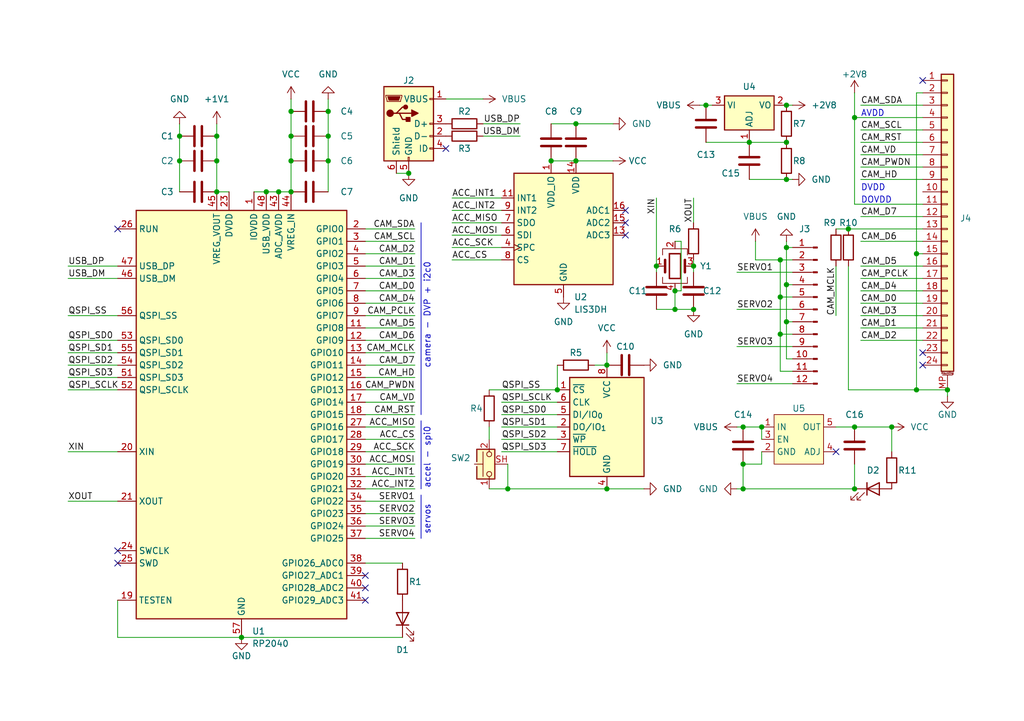
<source format=kicad_sch>
(kicad_sch (version 20250114) (generator "eeschema") (generator_version "9.0")
  (paper "A5")
  (title_block (title "RCJ25 F1 Car (Low-Budget Version)") (date "2025-03-17") (rev "0.1") (company "Hu-More-Bot") (comment 1 "Drawn By: SamTheDev") (comment 3 "www.raspberrypi.com/documentation/microcontrollers/images/pico-pinout.svg") (comment 4 "datasheets.raspberrypi.com/rp2040/hardware-design-with-rp2040.pdf"))
  (lib_symbols
    (symbol "Connector:Conn_01x12_Pin" (pin_names (offset 1.016) (hide yes))
      (property "Reference" "J" (at 0 15.24 0))
      (property "Value" "Conn_01x12_Pin" (at 0 -17.78 0))
      (symbol "Conn_01x12_Pin_1_1"
        (pin passive line (at 5.08 12.7 180) (length 3.81) (name "Pin_1") (number "1"))
        (pin passive line (at 5.08 10.16 180) (length 3.81) (name "Pin_2") (number "2"))
        (pin passive line (at 5.08 7.62 180) (length 3.81) (name "Pin_3") (number "3"))
        (pin passive line (at 5.08 5.08 180) (length 3.81) (name "Pin_4") (number "4"))
        (pin passive line (at 5.08 2.54 180) (length 3.81) (name "Pin_5") (number "5"))
        (pin passive line (at 5.08 0 180) (length 3.81) (name "Pin_6") (number "6"))
        (pin passive line (at 5.08 -2.54 180) (length 3.81) (name "Pin_7") (number "7"))
        (pin passive line (at 5.08 -5.08 180) (length 3.81) (name "Pin_8") (number "8"))
        (pin passive line (at 5.08 -7.62 180) (length 3.81) (name "Pin_9") (number "9"))
        (pin passive line (at 5.08 -10.16 180) (length 3.81) (name "Pin_10") (number "10"))
        (pin passive line (at 5.08 -12.7 180) (length 3.81) (name "Pin_11") (number "11"))
        (pin passive line (at 5.08 -15.24 180) (length 3.81) (name "Pin_12") (number "12"))
      )
    )
    (symbol "Connector:USB_B_Micro" (pin_names (offset 1.016))
      (property "Reference" "J" (at -5.08 11.43 0))
      (property "Value" "USB_B_Micro" (at -5.08 8.89 0))
      (symbol "USB_B_Micro_1_1"
        (pin passive line (at -2.54 -10.16 90) (length 2.54) (name "Shield") (number "6"))
        (pin power_out line (at 0 -10.16 90) (length 2.54) (name "GND") (number "5"))
        (pin power_out line (at 7.62 5.08 180) (length 2.54) (name "VBUS") (number "1"))
        (pin bidirectional line (at 7.62 0 180) (length 2.54) (name "D+") (number "3"))
        (pin bidirectional line (at 7.62 -2.54 180) (length 2.54) (name "D-") (number "2"))
        (pin passive line (at 7.62 -5.08 180) (length 2.54) (name "ID") (number "4"))
      )
    )
    (symbol "Connector_Generic_MountingPin:Conn_01x24_MountingPin" (pin_names (offset 1.016) (hide yes))
      (property "Reference" "J" (at 0 30.48 0))
      (property "Value" "Conn_01x24_MountingPin" (at 1.27 -33.02 0))
      (symbol "Conn_01x24_MountingPin_1_1"
        (text "Mounting" (at 0 -32.131 0) (effects (font (size 0.381 0.381))))
        (pin passive line (at -5.08 27.94 0) (length 3.81) (name "Pin_1") (number "1"))
        (pin passive line (at -5.08 25.4 0) (length 3.81) (name "Pin_2") (number "2"))
        (pin passive line (at -5.08 22.86 0) (length 3.81) (name "Pin_3") (number "3"))
        (pin passive line (at -5.08 20.32 0) (length 3.81) (name "Pin_4") (number "4"))
        (pin passive line (at -5.08 17.78 0) (length 3.81) (name "Pin_5") (number "5"))
        (pin passive line (at -5.08 15.24 0) (length 3.81) (name "Pin_6") (number "6"))
        (pin passive line (at -5.08 12.7 0) (length 3.81) (name "Pin_7") (number "7"))
        (pin passive line (at -5.08 10.16 0) (length 3.81) (name "Pin_8") (number "8"))
        (pin passive line (at -5.08 7.62 0) (length 3.81) (name "Pin_9") (number "9"))
        (pin passive line (at -5.08 5.08 0) (length 3.81) (name "Pin_10") (number "10"))
        (pin passive line (at -5.08 2.54 0) (length 3.81) (name "Pin_11") (number "11"))
        (pin passive line (at -5.08 0 0) (length 3.81) (name "Pin_12") (number "12"))
        (pin passive line (at -5.08 -2.54 0) (length 3.81) (name "Pin_13") (number "13"))
        (pin passive line (at -5.08 -5.08 0) (length 3.81) (name "Pin_14") (number "14"))
        (pin passive line (at -5.08 -7.62 0) (length 3.81) (name "Pin_15") (number "15"))
        (pin passive line (at -5.08 -10.16 0) (length 3.81) (name "Pin_16") (number "16"))
        (pin passive line (at -5.08 -12.7 0) (length 3.81) (name "Pin_17") (number "17"))
        (pin passive line (at -5.08 -15.24 0) (length 3.81) (name "Pin_18") (number "18"))
        (pin passive line (at -5.08 -17.78 0) (length 3.81) (name "Pin_19") (number "19"))
        (pin passive line (at -5.08 -20.32 0) (length 3.81) (name "Pin_20") (number "20"))
        (pin passive line (at -5.08 -22.86 0) (length 3.81) (name "Pin_21") (number "21"))
        (pin passive line (at -5.08 -25.4 0) (length 3.81) (name "Pin_22") (number "22"))
        (pin passive line (at -5.08 -27.94 0) (length 3.81) (name "Pin_23") (number "23"))
        (pin passive line (at -5.08 -30.48 0) (length 3.81) (name "Pin_24") (number "24"))
        (pin passive line (at 0 -35.56 90) (length 3.048) (name "MountPin") (number "MP"))
      )
    )
    (symbol "Device:C" (pin_numbers (hide yes)) (pin_names (offset 0.254))
      (property "Reference" "C" (at 0.635 2.54 0))
      (property "Value" "C" (at 0.635 -2.54 0))
      (symbol "C_1_1"
        (pin passive line (at 0 3.81 270) (length 2.794) (name "~") (number "1"))
        (pin passive line (at 0 -3.81 90) (length 2.794) (name "~") (number "2"))
      )
    )
    (symbol "Device:Crystal_GND24" (pin_names (offset 1.016) (hide yes))
      (property "Reference" "Y" (at 3.175 5.08 0))
      (property "Value" "Crystal_GND24" (at 3.175 3.175 0))
      (symbol "Crystal_GND24_1_1"
        (pin passive line (at -3.81 0 0) (length 1.27) (name "1") (number "1"))
        (pin passive line (at 0 5.08 270) (length 1.27) (name "2") (number "2"))
        (pin passive line (at 0 -5.08 90) (length 1.27) (name "4") (number "4"))
        (pin passive line (at 3.81 0 180) (length 1.27) (name "3") (number "3"))
      )
    )
    (symbol "Device:LED" (pin_numbers (hide yes)) (pin_names (offset 1.016) (hide yes))
      (property "Reference" "D" (at 0 2.54 0))
      (property "Value" "LED" (at 0 -2.54 0))
      (symbol "LED_1_1"
        (pin passive line (at -3.81 0 0) (length 2.54) (name "K") (number "1"))
        (pin passive line (at 3.81 0 180) (length 2.54) (name "A") (number "2"))
      )
    )
    (symbol "Device:R" (pin_numbers (hide yes)) (pin_names (offset 0))
      (property "Reference" "R" (at 2.032 0 90))
      (property "Value" "R" (at 0 0 90))
      (symbol "R_1_1"
        (pin passive line (at 0 3.81 270) (length 1.27) (name "~") (number "1"))
        (pin passive line (at 0 -3.81 90) (length 1.27) (name "~") (number "2"))
      )
    )
    (symbol "MCU_RaspberryPi:RP2040"
      (property "Reference" "U" (at 17.78 45.72 0))
      (property "Value" "RP2040" (at 17.78 43.18 0))
      (symbol "RP2040_1_1"
        (pin input line (at -25.4 38.1 0) (length 3.81) (name "RUN") (number "26"))
        (pin bidirectional line (at -25.4 30.48 0) (length 3.81) (name "USB_DP") (number "47"))
        (pin bidirectional line (at -25.4 27.94 0) (length 3.81) (name "USB_DM") (number "46"))
        (pin bidirectional line (at -25.4 20.32 0) (length 3.81) (name "QSPI_SS") (number "56"))
        (pin bidirectional line (at -25.4 15.24 0) (length 3.81) (name "QSPI_SD0") (number "53"))
        (pin bidirectional line (at -25.4 12.7 0) (length 3.81) (name "QSPI_SD1") (number "55"))
        (pin bidirectional line (at -25.4 10.16 0) (length 3.81) (name "QSPI_SD2") (number "54"))
        (pin bidirectional line (at -25.4 7.62 0) (length 3.81) (name "QSPI_SD3") (number "51"))
        (pin output line (at -25.4 5.08 0) (length 3.81) (name "QSPI_SCLK") (number "52"))
        (pin input line (at -25.4 -7.62 0) (length 3.81) (name "XIN") (number "20"))
        (pin passive line (at -25.4 -17.78 0) (length 3.81) (name "XOUT") (number "21"))
        (pin input line (at -25.4 -27.94 0) (length 3.81) (name "SWCLK") (number "24"))
        (pin bidirectional line (at -25.4 -30.48 0) (length 3.81) (name "SWD") (number "25"))
        (pin input line (at -25.4 -38.1 0) (length 3.81) (name "TESTEN") (number "19"))
        (pin power_out line (at -5.08 45.72 270) (length 3.81) (name "VREG_VOUT") (number "45"))
        (pin power_in line (at -2.54 45.72 270) (length 3.81) (name "DVDD") (number "23"))
        (pin passive line (at -2.54 45.72 270) (length 3.81) (hide yes) (name "DVDD") (number "50"))
        (pin power_in line (at 0 -45.72 90) (length 3.81) (name "GND") (number "57"))
        (pin power_in line (at 2.54 45.72 270) (length 3.81) (name "IOVDD") (number "1"))
        (pin passive line (at 2.54 45.72 270) (length 3.81) (hide yes) (name "IOVDD") (number "10"))
        (pin passive line (at 2.54 45.72 270) (length 3.81) (hide yes) (name "IOVDD") (number "22"))
        (pin passive line (at 2.54 45.72 270) (length 3.81) (hide yes) (name "IOVDD") (number "33"))
        (pin passive line (at 2.54 45.72 270) (length 3.81) (hide yes) (name "IOVDD") (number "42"))
        (pin passive line (at 2.54 45.72 270) (length 3.81) (hide yes) (name "IOVDD") (number "49"))
        (pin power_in line (at 5.08 45.72 270) (length 3.81) (name "USB_VDD") (number "48"))
        (pin power_in line (at 7.62 45.72 270) (length 3.81) (name "ADC_AVDD") (number "43"))
        (pin power_in line (at 10.16 45.72 270) (length 3.81) (name "VREG_IN") (number "44"))
        (pin bidirectional line (at 25.4 38.1 180) (length 3.81) (name "GPIO0") (number "2"))
        (pin bidirectional line (at 25.4 35.56 180) (length 3.81) (name "GPIO1") (number "3"))
        (pin bidirectional line (at 25.4 33.02 180) (length 3.81) (name "GPIO2") (number "4"))
        (pin bidirectional line (at 25.4 30.48 180) (length 3.81) (name "GPIO3") (number "5"))
        (pin bidirectional line (at 25.4 27.94 180) (length 3.81) (name "GPIO4") (number "6"))
        (pin bidirectional line (at 25.4 25.4 180) (length 3.81) (name "GPIO5") (number "7"))
        (pin bidirectional line (at 25.4 22.86 180) (length 3.81) (name "GPIO6") (number "8"))
        (pin bidirectional line (at 25.4 20.32 180) (length 3.81) (name "GPIO7") (number "9"))
        (pin bidirectional line (at 25.4 17.78 180) (length 3.81) (name "GPIO8") (number "11"))
        (pin bidirectional line (at 25.4 15.24 180) (length 3.81) (name "GPIO9") (number "12"))
        (pin bidirectional line (at 25.4 12.7 180) (length 3.81) (name "GPIO10") (number "13"))
        (pin bidirectional line (at 25.4 10.16 180) (length 3.81) (name "GPIO11") (number "14"))
        (pin bidirectional line (at 25.4 7.62 180) (length 3.81) (name "GPIO12") (number "15"))
        (pin bidirectional line (at 25.4 5.08 180) (length 3.81) (name "GPIO13") (number "16"))
        (pin bidirectional line (at 25.4 2.54 180) (length 3.81) (name "GPIO14") (number "17"))
        (pin bidirectional line (at 25.4 0 180) (length 3.81) (name "GPIO15") (number "18"))
        (pin bidirectional line (at 25.4 -2.54 180) (length 3.81) (name "GPIO16") (number "27"))
        (pin bidirectional line (at 25.4 -5.08 180) (length 3.81) (name "GPIO17") (number "28"))
        (pin bidirectional line (at 25.4 -7.62 180) (length 3.81) (name "GPIO18") (number "29"))
        (pin bidirectional line (at 25.4 -10.16 180) (length 3.81) (name "GPIO19") (number "30"))
        (pin bidirectional line (at 25.4 -12.7 180) (length 3.81) (name "GPIO20") (number "31"))
        (pin bidirectional line (at 25.4 -15.24 180) (length 3.81) (name "GPIO21") (number "32"))
        (pin bidirectional line (at 25.4 -17.78 180) (length 3.81) (name "GPIO22") (number "34"))
        (pin bidirectional line (at 25.4 -20.32 180) (length 3.81) (name "GPIO23") (number "35"))
        (pin bidirectional line (at 25.4 -22.86 180) (length 3.81) (name "GPIO24") (number "36"))
        (pin bidirectional line (at 25.4 -25.4 180) (length 3.81) (name "GPIO25") (number "37"))
        (pin bidirectional line (at 25.4 -30.48 180) (length 3.81) (name "GPIO26_ADC0") (number "38"))
        (pin bidirectional line (at 25.4 -33.02 180) (length 3.81) (name "GPIO27_ADC1") (number "39"))
        (pin bidirectional line (at 25.4 -35.56 180) (length 3.81) (name "GPIO28_ADC2") (number "40"))
        (pin bidirectional line (at 25.4 -38.1 180) (length 3.81) (name "GPIO29_ADC3") (number "41"))
      )
    )
    (symbol "Memory_Flash:W25X40CLSV"
      (property "Reference" "U" (at -7.62 10.668 0))
      (property "Value" "W25X40CLSV" (at 2.54 10.668 0))
      (symbol "W25X40CLSV_1_1"
        (pin input line (at -10.16 7.62 0) (length 2.54) (name "~{CS}") (number "1"))
        (pin input line (at -10.16 5.08 0) (length 2.54) (name "CLK") (number "6"))
        (pin bidirectional line (at -10.16 2.54 0) (length 2.54) (name "DI/IO_{0}") (number "5"))
        (pin bidirectional line (at -10.16 0 0) (length 2.54) (name "DO/IO_{1}") (number "2"))
        (pin bidirectional line (at -10.16 -2.54 0) (length 2.54) (name "~{WP}") (number "3"))
        (pin bidirectional line (at -10.16 -5.08 0) (length 2.54) (name "~{HOLD}") (number "7"))
        (pin power_in line (at 0 12.7 270) (length 2.54) (name "VCC") (number "8"))
        (pin power_in line (at 0 -12.7 90) (length 2.54) (name "GND") (number "4"))
      )
    )
    (symbol "Regulator_Linear:LM1117MP-ADJ"
      (property "Reference" "U" (at -3.81 3.175 0))
      (property "Value" "LM1117MP-ADJ" (at 0 3.175 0))
      (symbol "LM1117MP-ADJ_1_1"
        (pin power_in line (at -7.62 0 0) (length 2.54) (name "VI") (number "3"))
        (pin input line (at 0 -7.62 90) (length 2.54) (name "ADJ") (number "1"))
        (pin power_out line (at 7.62 0 180) (length 2.54) (name "VO") (number "2"))
      )
    )
    (symbol "Sensor_Motion:LIS3DH"
      (property "Reference" "U" (at -7.62 11.43 0))
      (property "Value" "LIS3DH" (at 6.35 11.43 0))
      (symbol "LIS3DH_1_1"
        (pin output line (at -12.7 5.08 0) (length 2.54) (name "INT1") (number "11"))
        (pin output line (at -12.7 2.54 0) (length 2.54) (name "INT2") (number "9"))
        (pin output line (at -12.7 0 0) (length 2.54) (name "SDO") (number "7"))
        (pin input line (at -12.7 -2.54 0) (length 2.54) (name "SDI") (number "6"))
        (pin input clock (at -12.7 -5.08 0) (length 2.54) (name "SPC") (number "4"))
        (pin input line (at -12.7 -7.62 0) (length 2.54) (name "CS") (number "8"))
        (pin power_in line (at -2.54 12.7 270) (length 2.54) (name "VDD_IO") (number "1"))
        (pin passive line (at 0 -15.24 90) (length 2.54) (hide yes) (name "GND") (number "10"))
        (pin passive line (at 0 -15.24 90) (length 2.54) (hide yes) (name "GND") (number "12"))
        (pin power_in line (at 0 -15.24 90) (length 2.54) (name "GND") (number "5"))
        (pin power_in line (at 2.54 12.7 270) (length 2.54) (name "VDD") (number "14"))
        (pin no_connect line (at 10.16 7.62 180) (length 2.54) (hide yes) (name "NC") (number "3"))
        (pin no_connect line (at 10.16 5.08 180) (length 2.54) (hide yes) (name "NC") (number "2"))
        (pin input line (at 12.7 2.54 180) (length 2.54) (name "ADC1") (number "16"))
        (pin input line (at 12.7 0 180) (length 2.54) (name "ADC2") (number "15"))
        (pin input line (at 12.7 -2.54 180) (length 2.54) (name "ADC3") (number "13"))
      )
    )
    (symbol "Switch:SW_Push_Shielded" (pin_names (offset 1.016) (hide yes))
      (property "Reference" "SW" (at 4.318 2.032 0))
      (property "Value" "SW_Push_Shielded" (at 0 4.572 0))
      (symbol "SW_Push_Shielded_0_1"
        (pin passive line (at -5.08 0 0) (length 2.54) (name "1") (number "1"))
        (pin passive line (at 5.08 0 180) (length 2.54) (name "2") (number "2"))
      )
      (symbol "SW_Push_Shielded_1_1"
        (pin passive line (at 0 -3.81 90) (length 2.54) (name "B") (number "SH"))
      )
    )
    (symbol "diodes_inc:AP7365"
      (property "Reference" "U" (at 0 8.89 0))
      (property "Value" "AP7365" (at 0 6.35 0))
      (symbol "AP7365_1_1"
        (pin power_in line (at -7.62 2.54 0) (length 2.54) (name "IN") (number "1"))
        (pin input line (at -7.62 0 0) (length 2.54) (name "EN") (number "3"))
        (pin passive line (at -7.62 -2.54 0) (length 2.54) (name "GND") (number "2"))
        (pin power_out line (at 7.62 2.54 180) (length 2.54) (name "OUT") (number "5"))
        (pin input line (at 7.62 -2.54 180) (length 2.54) (name "ADJ") (number "4"))
      )
    )
    (symbol "power:+1V1" (power) (pin_numbers (hide yes)) (pin_names (offset 0) (hide yes))
      (property "Value" "+1V1" (at 0 3.556 0))
      (symbol "+1V1_1_1"
        (pin power_in line (at 0 0 90) (length 0) (name "~") (number "1"))
      )
    )
    (symbol "power:+2V8" (power) (pin_numbers (hide yes)) (pin_names (offset 0) (hide yes))
      (property "Value" "+2V8" (at 0 3.556 0))
      (symbol "+2V8_1_1"
        (pin power_in line (at 0 0 90) (length 0) (name "~") (number "1"))
      )
    )
    (symbol "power:GND" (power) (pin_numbers (hide yes)) (pin_names (offset 0) (hide yes))
      (property "Value" "GND" (at 0 -3.81 0))
      (symbol "GND_1_1"
        (pin power_in line (at 0 0 270) (length 0) (name "~") (number "1"))
      )
    )
    (symbol "power:VBUS" (power) (pin_numbers (hide yes)) (pin_names (offset 0) (hide yes))
      (property "Value" "VBUS" (at 0 3.556 0))
      (symbol "VBUS_1_1"
        (pin power_in line (at 0 0 90) (length 0) (name "~") (number "1"))
      )
    )
    (symbol "power:VCC" (power) (pin_numbers (hide yes)) (pin_names (offset 0) (hide yes))
      (property "Value" "VCC" (at 0 3.556 0))
      (symbol "VCC_1_1"
        (pin power_in line (at 0 0 90) (length 0) (name "~") (number "1"))
      )
    )
  )
  (text "AVDD" (at 176.53 24.13 0) (effects (font (size 1.27 1.27)) (justify left bottom)))
  (text "DOVDD" (at 176.53 41.91 0) (effects (font (size 1.27 1.27)) (justify left bottom)))
  (text "servos" (at 87.63 106.68 90) (effects (font (size 1.27 1.27))))
  (text "DVDD" (at 176.53 39.37 0) (effects (font (size 1.27 1.27)) (justify left bottom)))
  (text "accel - spi0" (at 87.63 93.98 90) (effects (font (size 1.27 1.27))))
  (text "camera - DVP + i2c0" (at 87.63 64.77 90) (effects (font (size 1.27 1.27))))
  (junction (at 152.4 87.63))
  (junction (at 134.62 54.61))
  (junction (at 161.29 29.21))
  (junction (at 36.83 33.02))
  (junction (at 187.96 52.07))
  (junction (at 104.14 100.33))
  (junction (at 161.29 21.59))
  (junction (at 114.3 80.01))
  (junction (at 187.96 80.01))
  (junction (at 161.29 36.83))
  (junction (at 59.69 27.94))
  (junction (at 142.24 54.61))
  (junction (at 161.29 66.04))
  (junction (at 138.43 63.5))
  (junction (at 59.69 39.37))
  (junction (at 142.24 63.5))
  (junction (at 54.61 39.37))
  (junction (at 160.02 53.34))
  (junction (at 160.02 68.58))
  (junction (at 59.69 22.86))
  (junction (at 113.03 33.02))
  (junction (at 152.4 100.33))
  (junction (at 67.31 27.94))
  (junction (at 175.26 100.33))
  (junction (at 175.26 87.63))
  (junction (at 124.46 74.93))
  (junction (at 161.29 58.42))
  (junction (at 173.99 46.99))
  (junction (at 36.83 27.94))
  (junction (at 118.11 33.02))
  (junction (at 138.43 59.69))
  (junction (at 152.4 95.25))
  (junction (at 156.21 87.63))
  (junction (at 44.45 27.94))
  (junction (at 67.31 22.86))
  (junction (at 67.31 33.02))
  (junction (at 83.82 35.56))
  (junction (at 118.11 25.4))
  (junction (at 161.29 50.8))
  (junction (at 194.31 80.01))
  (junction (at 182.88 87.63))
  (junction (at 44.45 39.37))
  (junction (at 153.67 29.21))
  (junction (at 44.45 33.02))
  (junction (at 49.53 130.81))
  (junction (at 57.15 39.37))
  (junction (at 144.78 21.59))
  (junction (at 124.46 100.33))
  (junction (at 59.69 33.02))
  (junction (at 160.02 60.96))
  (junction (at 175.26 24.13))
  (no_connect (at 189.23 16.51))
  (no_connect (at 74.93 120.65))
  (no_connect (at 24.13 115.57))
  (no_connect (at 91.44 30.48))
  (no_connect (at 128.27 48.26))
  (no_connect (at 128.27 43.18))
  (no_connect (at 171.45 92.71))
  (no_connect (at 24.13 113.03))
  (no_connect (at 189.23 74.93))
  (no_connect (at 24.13 46.99))
  (no_connect (at 189.23 72.39))
  (no_connect (at 74.93 123.19))
  (no_connect (at 128.27 45.72))
  (no_connect (at 74.93 118.11))
  (wire (pts (xy 85.09 62.23) (xy 74.93 62.23)))
  (wire (pts (xy 67.31 22.86) (xy 67.31 27.94)))
  (wire (pts (xy 106.68 27.94) (xy 99.06 27.94)))
  (wire (pts (xy 104.14 100.33) (xy 124.46 100.33)))
  (polyline (pts (xy 86.36 101.6) (xy 86.36 110.49)))
  (wire (pts (xy 67.31 20.32) (xy 67.31 22.86)))
  (wire (pts (xy 134.62 63.5) (xy 138.43 63.5)))
  (wire (pts (xy 59.69 22.86) (xy 59.69 27.94)))
  (wire (pts (xy 182.88 92.71) (xy 182.88 87.63)))
  (wire (pts (xy 176.53 59.69) (xy 189.23 59.69)))
  (wire (pts (xy 125.73 33.02) (xy 118.11 33.02)))
  (wire (pts (xy 176.53 21.59) (xy 189.23 21.59)))
  (wire (pts (xy 187.96 52.07) (xy 189.23 52.07)))
  (wire (pts (xy 151.13 100.33) (xy 152.4 100.33)))
  (wire (pts (xy 92.71 53.34) (xy 102.87 53.34)))
  (wire (pts (xy 189.23 24.13) (xy 175.26 24.13)))
  (wire (pts (xy 85.09 59.69) (xy 74.93 59.69)))
  (wire (pts (xy 67.31 33.02) (xy 67.31 39.37)))
  (wire (pts (xy 176.53 34.29) (xy 189.23 34.29)))
  (wire (pts (xy 102.87 87.63) (xy 114.3 87.63)))
  (wire (pts (xy 114.3 74.93) (xy 114.3 80.01)))
  (wire (pts (xy 99.06 20.32) (xy 91.44 20.32)))
  (wire (pts (xy 102.87 85.09) (xy 114.3 85.09)))
  (wire (pts (xy 152.4 95.25) (xy 156.21 95.25)))
  (wire (pts (xy 171.45 87.63) (xy 175.26 87.63)))
  (wire (pts (xy 54.61 39.37) (xy 57.15 39.37)))
  (wire (pts (xy 175.26 95.25) (xy 175.26 100.33)))
  (wire (pts (xy 143.51 21.59) (xy 144.78 21.59)))
  (wire (pts (xy 156.21 87.63) (xy 156.21 90.17)))
  (wire (pts (xy 85.09 64.77) (xy 74.93 64.77)))
  (wire (pts (xy 151.13 78.74) (xy 162.56 78.74)))
  (wire (pts (xy 134.62 54.61) (xy 134.62 55.88)))
  (wire (pts (xy 13.97 54.61) (xy 24.13 54.61)))
  (wire (pts (xy 171.45 46.99) (xy 173.99 46.99)))
  (wire (pts (xy 153.67 36.83) (xy 161.29 36.83)))
  (wire (pts (xy 85.09 57.15) (xy 74.93 57.15)))
  (wire (pts (xy 138.43 63.5) (xy 142.24 63.5)))
  (wire (pts (xy 82.55 115.57) (xy 74.93 115.57)))
  (wire (pts (xy 161.29 66.04) (xy 162.56 66.04)))
  (wire (pts (xy 36.83 33.02) (xy 36.83 39.37)))
  (wire (pts (xy 151.13 55.88) (xy 162.56 55.88)))
  (wire (pts (xy 24.13 130.81) (xy 49.53 130.81)))
  (wire (pts (xy 13.97 69.85) (xy 24.13 69.85)))
  (wire (pts (xy 106.68 25.4) (xy 99.06 25.4)))
  (wire (pts (xy 118.11 25.4) (xy 125.73 25.4)))
  (wire (pts (xy 194.31 81.28) (xy 194.31 80.01)))
  (wire (pts (xy 13.97 80.01) (xy 24.13 80.01)))
  (wire (pts (xy 13.97 72.39) (xy 24.13 72.39)))
  (wire (pts (xy 85.09 107.95) (xy 74.93 107.95)))
  (wire (pts (xy 142.24 40.64) (xy 142.24 45.72)))
  (wire (pts (xy 92.71 45.72) (xy 102.87 45.72)))
  (wire (pts (xy 171.45 64.77) (xy 171.45 54.61)))
  (wire (pts (xy 13.97 77.47) (xy 24.13 77.47)))
  (wire (pts (xy 36.83 25.4) (xy 36.83 27.94)))
  (wire (pts (xy 44.45 25.4) (xy 44.45 27.94)))
  (wire (pts (xy 151.13 87.63) (xy 152.4 87.63)))
  (wire (pts (xy 175.26 87.63) (xy 182.88 87.63)))
  (wire (pts (xy 44.45 27.94) (xy 44.45 33.02)))
  (wire (pts (xy 121.92 74.93) (xy 124.46 74.93)))
  (wire (pts (xy 13.97 57.15) (xy 24.13 57.15)))
  (wire (pts (xy 151.13 63.5) (xy 162.56 63.5)))
  (wire (pts (xy 175.26 41.91) (xy 189.23 41.91)))
  (wire (pts (xy 144.78 29.21) (xy 153.67 29.21)))
  (wire (pts (xy 85.09 72.39) (xy 74.93 72.39)))
  (wire (pts (xy 52.07 39.37) (xy 54.61 39.37)))
  (wire (pts (xy 153.67 29.21) (xy 161.29 29.21)))
  (wire (pts (xy 161.29 73.66) (xy 162.56 73.66)))
  (wire (pts (xy 161.29 21.59) (xy 162.56 21.59)))
  (wire (pts (xy 173.99 46.99) (xy 189.23 46.99)))
  (wire (pts (xy 85.09 85.09) (xy 74.93 85.09)))
  (wire (pts (xy 176.53 54.61) (xy 189.23 54.61)))
  (wire (pts (xy 160.02 68.58) (xy 160.02 76.2)))
  (wire (pts (xy 44.45 33.02) (xy 44.45 39.37)))
  (wire (pts (xy 85.09 90.17) (xy 74.93 90.17)))
  (wire (pts (xy 85.09 95.25) (xy 74.93 95.25)))
  (wire (pts (xy 57.15 39.37) (xy 59.69 39.37)))
  (wire (pts (xy 104.14 95.25) (xy 104.14 100.33)))
  (wire (pts (xy 92.71 40.64) (xy 102.87 40.64)))
  (wire (pts (xy 67.31 27.94) (xy 67.31 33.02)))
  (wire (pts (xy 85.09 102.87) (xy 74.93 102.87)))
  (wire (pts (xy 154.94 49.53) (xy 154.94 53.34)))
  (wire (pts (xy 134.62 40.64) (xy 134.62 54.61)))
  (wire (pts (xy 59.69 27.94) (xy 59.69 33.02)))
  (wire (pts (xy 160.02 60.96) (xy 160.02 68.58)))
  (wire (pts (xy 49.53 130.81) (xy 82.55 130.81)))
  (wire (pts (xy 173.99 54.61) (xy 173.99 80.01)))
  (wire (pts (xy 13.97 64.77) (xy 24.13 64.77)))
  (wire (pts (xy 194.31 80.01) (xy 187.96 80.01)))
  (wire (pts (xy 102.87 92.71) (xy 114.3 92.71)))
  (wire (pts (xy 162.56 36.83) (xy 161.29 36.83)))
  (wire (pts (xy 162.56 50.8) (xy 161.29 50.8)))
  (wire (pts (xy 139.7 49.53) (xy 139.7 59.69)))
  (polyline (pts (xy 86.36 45.72) (xy 86.36 85.09)))
  (wire (pts (xy 81.28 35.56) (xy 83.82 35.56)))
  (wire (pts (xy 100.33 87.63) (xy 100.33 90.17)))
  (wire (pts (xy 132.08 100.33) (xy 124.46 100.33)))
  (wire (pts (xy 59.69 20.32) (xy 59.69 22.86)))
  (wire (pts (xy 85.09 74.93) (xy 74.93 74.93)))
  (wire (pts (xy 85.09 54.61) (xy 74.93 54.61)))
  (wire (pts (xy 85.09 80.01) (xy 74.93 80.01)))
  (wire (pts (xy 189.23 19.05) (xy 187.96 19.05)))
  (wire (pts (xy 100.33 80.01) (xy 114.3 80.01)))
  (wire (pts (xy 138.43 49.53) (xy 139.7 49.53)))
  (wire (pts (xy 176.53 44.45) (xy 189.23 44.45)))
  (wire (pts (xy 175.26 19.05) (xy 175.26 24.13)))
  (wire (pts (xy 160.02 53.34) (xy 160.02 60.96)))
  (wire (pts (xy 160.02 60.96) (xy 162.56 60.96)))
  (wire (pts (xy 92.71 50.8) (xy 102.87 50.8)))
  (wire (pts (xy 113.03 25.4) (xy 118.11 25.4)))
  (wire (pts (xy 24.13 123.19) (xy 24.13 130.81)))
  (wire (pts (xy 156.21 92.71) (xy 156.21 95.25)))
  (wire (pts (xy 154.94 53.34) (xy 160.02 53.34)))
  (wire (pts (xy 161.29 58.42) (xy 161.29 66.04)))
  (wire (pts (xy 142.24 53.34) (xy 142.24 54.61)))
  (wire (pts (xy 176.53 49.53) (xy 189.23 49.53)))
  (wire (pts (xy 152.4 87.63) (xy 156.21 87.63)))
  (wire (pts (xy 187.96 52.07) (xy 187.96 80.01)))
  (wire (pts (xy 85.09 92.71) (xy 74.93 92.71)))
  (wire (pts (xy 160.02 76.2) (xy 162.56 76.2)))
  (wire (pts (xy 36.83 27.94) (xy 36.83 33.02)))
  (wire (pts (xy 176.53 29.21) (xy 189.23 29.21)))
  (wire (pts (xy 151.13 71.12) (xy 162.56 71.12)))
  (wire (pts (xy 152.4 100.33) (xy 175.26 100.33)))
  (wire (pts (xy 85.09 87.63) (xy 74.93 87.63)))
  (wire (pts (xy 176.53 57.15) (xy 189.23 57.15)))
  (wire (pts (xy 85.09 97.79) (xy 74.93 97.79)))
  (polyline (pts (xy 86.36 86.36) (xy 86.36 100.33)))
  (wire (pts (xy 176.53 31.75) (xy 189.23 31.75)))
  (wire (pts (xy 85.09 49.53) (xy 74.93 49.53)))
  (wire (pts (xy 85.09 77.47) (xy 74.93 77.47)))
  (wire (pts (xy 144.78 21.59) (xy 146.05 21.59)))
  (wire (pts (xy 124.46 72.39) (xy 124.46 74.93)))
  (wire (pts (xy 176.53 67.31) (xy 189.23 67.31)))
  (wire (pts (xy 13.97 74.93) (xy 24.13 74.93)))
  (wire (pts (xy 161.29 58.42) (xy 162.56 58.42)))
  (wire (pts (xy 142.24 54.61) (xy 142.24 55.88)))
  (wire (pts (xy 187.96 19.05) (xy 187.96 52.07)))
  (wire (pts (xy 85.09 69.85) (xy 74.93 69.85)))
  (wire (pts (xy 152.4 95.25) (xy 152.4 100.33)))
  (wire (pts (xy 161.29 66.04) (xy 161.29 73.66)))
  (wire (pts (xy 100.33 100.33) (xy 104.14 100.33)))
  (wire (pts (xy 176.53 62.23) (xy 189.23 62.23)))
  (wire (pts (xy 85.09 67.31) (xy 74.93 67.31)))
  (wire (pts (xy 138.43 59.69) (xy 138.43 63.5)))
  (wire (pts (xy 85.09 105.41) (xy 74.93 105.41)))
  (wire (pts (xy 13.97 92.71) (xy 24.13 92.71)))
  (wire (pts (xy 85.09 52.07) (xy 74.93 52.07)))
  (wire (pts (xy 161.29 49.53) (xy 161.29 50.8)))
  (wire (pts (xy 85.09 110.49) (xy 74.93 110.49)))
  (wire (pts (xy 176.53 36.83) (xy 189.23 36.83)))
  (wire (pts (xy 102.87 82.55) (xy 114.3 82.55)))
  (wire (pts (xy 160.02 53.34) (xy 162.56 53.34)))
  (wire (pts (xy 85.09 46.99) (xy 74.93 46.99)))
  (wire (pts (xy 44.45 39.37) (xy 46.99 39.37)))
  (wire (pts (xy 176.53 26.67) (xy 189.23 26.67)))
  (wire (pts (xy 176.53 69.85) (xy 189.23 69.85)))
  (wire (pts (xy 160.02 68.58) (xy 162.56 68.58)))
  (wire (pts (xy 59.69 33.02) (xy 59.69 39.37)))
  (wire (pts (xy 173.99 80.01) (xy 187.96 80.01)))
  (wire (pts (xy 92.71 43.18) (xy 102.87 43.18)))
  (wire (pts (xy 92.71 48.26) (xy 102.87 48.26)))
  (wire (pts (xy 139.7 59.69) (xy 138.43 59.69)))
  (wire (pts (xy 113.03 33.02) (xy 118.11 33.02)))
  (wire (pts (xy 85.09 82.55) (xy 74.93 82.55)))
  (wire (pts (xy 161.29 50.8) (xy 161.29 58.42)))
  (wire (pts (xy 175.26 24.13) (xy 175.26 41.91)))
  (wire (pts (xy 176.53 64.77) (xy 189.23 64.77)))
  (wire (pts (xy 13.97 102.87) (xy 24.13 102.87)))
  (wire (pts (xy 102.87 90.17) (xy 114.3 90.17)))
  (wire (pts (xy 85.09 100.33) (xy 74.93 100.33)))
  (label "CAM_SDA" (at 85.09 46.99 180))
  (label "CAM_PWDN" (at 176.53 34.29 0))
  (label "CAM_HD" (at 176.53 36.83 0))
  (label "QSPI_SS" (at 13.97 64.77 0))
  (label "SERVO4" (at 85.09 110.49 180))
  (label "SERVO1" (at 151.13 55.88 0))
  (label "QSPI_SD3" (at 13.97 77.47 0))
  (label "SERVO3" (at 151.13 71.12 0))
  (label "QSPI_SCLK" (at 13.97 80.01 0))
  (label "CAM_D6" (at 176.53 49.53 0))
  (label "ACC_INT1" (at 85.09 97.79 180))
  (label "XIN" (at 13.97 92.71 0))
  (label "CAM_SCL" (at 176.53 26.67 0))
  (label "CAM_RST" (at 176.53 29.21 0))
  (label "QSPI_SD1" (at 102.87 87.63 0))
  (label "CAM_D1" (at 85.09 54.61 180))
  (label "ACC_SCK" (at 92.71 50.8 0))
  (label "QSPI_SD0" (at 13.97 69.85 0))
  (label "USB_DM" (at 106.68 27.94 180))
  (label "ACC_INT1" (at 92.71 40.64 0))
  (label "SERVO2" (at 151.13 63.5 0))
  (label "QSPI_SS" (at 102.87 80.01 0))
  (label "CAM_PCLK" (at 85.09 64.77 180))
  (label "ACC_INT2" (at 92.71 43.18 0))
  (label "CAM_D0" (at 85.09 59.69 180))
  (label "CAM_MCLK" (at 85.09 72.39 180))
  (label "CAM_D4" (at 85.09 62.23 180))
  (label "CAM_D6" (at 85.09 69.85 180))
  (label "CAM_RST" (at 85.09 85.09 180))
  (label "CAM_D3" (at 176.53 64.77 0))
  (label "SERVO4" (at 151.13 78.74 0))
  (label "CAM_VD" (at 85.09 82.55 180))
  (label "CAM_PWDN" (at 85.09 80.01 180))
  (label "QSPI_SD1" (at 13.97 72.39 0))
  (label "ACC_MOSI" (at 92.71 48.26 0))
  (label "CAM_D3" (at 85.09 57.15 180))
  (label "SERVO1" (at 85.09 102.87 180))
  (label "QSPI_SD0" (at 102.87 85.09 0))
  (label "XIN" (at 134.62 40.64 270))
  (label "CAM_PCLK" (at 176.53 57.15 0))
  (label "CAM_D7" (at 85.09 74.93 180))
  (label "USB_DM" (at 13.97 57.15 0))
  (label "CAM_D5" (at 176.53 54.61 0))
  (label "XOUT" (at 142.24 40.64 270))
  (label "QSPI_SD2" (at 13.97 74.93 0))
  (label "USB_DP" (at 13.97 54.61 0))
  (label "CAM_D7" (at 176.53 44.45 0))
  (label "CAM_MCLK" (at 171.45 64.77 90))
  (label "ACC_MISO" (at 92.71 45.72 0))
  (label "CAM_D1" (at 176.53 67.31 0))
  (label "ACC_MISO" (at 85.09 87.63 180))
  (label "CAM_D5" (at 85.09 67.31 180))
  (label "QSPI_SCLK" (at 102.87 82.55 0))
  (label "CAM_D4" (at 176.53 59.69 0))
  (label "ACC_CS" (at 85.09 90.17 180))
  (label "CAM_VD" (at 176.53 31.75 0))
  (label "ACC_INT2" (at 85.09 100.33 180))
  (label "CAM_D2" (at 176.53 69.85 0))
  (label "ACC_MOSI" (at 85.09 95.25 180))
  (label "QSPI_SD3" (at 102.87 92.71 0))
  (label "SERVO3" (at 85.09 107.95 180))
  (label "ACC_CS" (at 92.71 53.34 0))
  (label "USB_DP" (at 106.68 25.4 180))
  (label "CAM_SCL" (at 85.09 49.53 180))
  (label "ACC_SCK" (at 85.09 92.71 180))
  (label "XOUT" (at 13.97 102.87 0))
  (label "QSPI_SD2" (at 102.87 90.17 0))
  (label "SERVO2" (at 85.09 105.41 180))
  (label "CAM_D2" (at 85.09 52.07 180))
  (label "CAM_D0" (at 176.53 62.23 0))
  (label "CAM_HD" (at 85.09 77.47 180))
  (label "CAM_SDA" (at 176.53 21.59 0))
  (symbol (lib_id "Device:R") (at 182.88 96.52 0) (unit 1)
    (property "Reference" "R11" (at 184.15 96.52 0) (effects (justify left)))
    (property "Value" "R" (effects (hide yes)))
    (property "Footprint" "Resistor_SMD:R_0603_1608Metric" (effects (hide yes)))
    (property "Description" "Resistor" (effects (hide yes)))
  )
  (symbol (lib_id "power:GND") (at 132.08 74.93 90) (unit 1)
    (property "Reference" "#PWR012" (effects (hide yes)))
    (property "Value" "GND" (at 135.89 74.9299 90) (effects (justify right)))
    (property "Description" "Power symbol creates a global label with name \"GND\" , ground" (effects (hide yes)))
  )
  (symbol (lib_id "Device:C") (at 175.26 91.44 0) (unit 1)
    (property "Reference" "C16" (at 175.26 85.09 0))
    (property "Value" "1u" (effects (hide yes)))
    (property "Footprint" "Capacitor_SMD:C_0603_1608Metric" (effects (hide yes)))
    (property "Description" "Unpolarized capacitor" (effects (hide yes)))
  )
  (symbol (lib_id "power:+2V8") (at 162.56 21.59 270) (unit 1)
    (property "Reference" "#PWR020" (effects (hide yes)))
    (property "Value" "+2V8" (at 166.37 21.5899 90) (effects (justify left)))
    (property "Description" "Power symbol creates a global label with name \"+2V8\"" (effects (hide yes)))
  )
  (symbol (lib_id "MCU_RaspberryPi:RP2040") (at 49.53 85.09 0) (unit 1)
    (property "Reference" "U1" (at 51.6733 129.54 0) (effects (justify left)))
    (property "Value" "RP2040" (at 51.6733 132.08 0) (effects (justify left)))
    (property "Footprint" "Package_DFN_QFN:QFN-56-1EP_7x7mm_P0.4mm_EP3.2x3.2mm" (effects (hide yes)))
    (property "Datasheet" "https://datasheets.raspberrypi.com/rp2040/rp2040-datasheet.pdf" (effects (hide yes)))
    (property "Description" "A microcontroller by Raspberry Pi" (effects (hide yes)))
  )
  (symbol (lib_id "power:GND") (at 49.53 130.81 0) (unit 1)
    (property "Reference" "#PWR03" (effects (hide yes)))
    (property "Value" "GND" (at 49.53 134.62 0))
    (property "Description" "Power symbol creates a global label with name \"GND\" , ground" (effects (hide yes)))
  )
  (symbol (lib_id "Device:Crystal_GND24") (at 138.43 54.61 0) (unit 1)
    (property "Reference" "Y1" (at 144.78 54.61 0))
    (property "Value" "Crystal_GND24" (effects (hide yes)))
    (property "Footprint" "Crystal:Crystal_SMD_3225-4Pin_3.2x2.5mm" (effects (hide yes)))
    (property "Description" "Four pin crystal, GND on pins 2 and 4" (effects (hide yes)))
  )
  (symbol (lib_id "power:GND") (at 194.31 81.28 0) (unit 1)
    (property "Reference" "#PWR024" (effects (hide yes)))
    (property "Value" "GND" (at 194.31 85.09 0))
    (property "Description" "Power symbol creates a global label with name \"GND\" , ground" (effects (hide yes)))
  )
  (symbol (lib_id "power:+1V1") (at 44.45 25.4 0) (unit 1)
    (property "Reference" "#PWR02" (effects (hide yes)))
    (property "Value" "+1V1" (at 44.45 20.32 0))
    (property "Description" "Power symbol creates a global label with name \"+1V1\"" (effects (hide yes)))
  )
  (symbol (lib_id "Device:R") (at 173.99 50.8 0) (unit 1)
    (property "Reference" "R10" (at 173.99 45.72 0))
    (property "Value" "4.7k" (effects (hide yes)))
    (property "Footprint" "Resistor_SMD:R_0603_1608Metric" (effects (hide yes)))
    (property "Description" "Resistor" (effects (hide yes)))
  )
  (symbol (lib_id "Sensor_Motion:LIS3DH") (at 115.57 45.72 0) (unit 1)
    (property "Reference" "U2" (at 117.7133 60.96 0) (effects (justify left)))
    (property "Value" "LIS3DH" (at 117.7133 63.5 0) (effects (justify left)))
    (property "Footprint" "Package_LGA:LGA-16_3x3mm_P0.5mm_LayoutBorder3x5y" (effects (hide yes)))
    (property "Datasheet" "https://www.st.com/resource/en/datasheet/cd00274221.pdf" (effects (hide yes)))
    (property "Description" "3-Axis Accelerometer, 2/4/8/16g range, I2C/SPI interface, LGA-16" (effects (hide yes)))
  )
  (symbol (lib_id "power:GND") (at 132.08 100.33 90) (unit 1)
    (property "Reference" "#PWR013" (effects (hide yes)))
    (property "Value" "GND" (at 135.89 100.3299 90) (effects (justify right)))
    (property "Description" "Power symbol creates a global label with name \"GND\" , ground" (effects (hide yes)))
  )
  (symbol (lib_id "power:VCC") (at 59.69 20.32 0) (unit 1)
    (property "Reference" "#PWR05" (effects (hide yes)))
    (property "Value" "VCC" (at 59.69 15.24 0))
    (property "Description" "Power symbol creates a global label with name \"VCC\"" (effects (hide yes)))
  )
  (symbol (lib_id "Device:C") (at 63.5 33.02 90) (unit 1)
    (property "Reference" "C6" (at 71.12 33.02 90))
    (property "Value" "100n" (effects (hide yes)))
    (property "Footprint" "Capacitor_SMD:C_0603_1608Metric" (effects (hide yes)))
    (property "Description" "Unpolarized capacitor" (effects (hide yes)))
  )
  (symbol (lib_id "Device:C") (at 40.64 39.37 90) (unit 1)
    (property "Reference" "C3" (at 34.29 39.37 90))
    (property "Value" "1u" (effects (hide yes)))
    (property "Footprint" "Capacitor_SMD:C_0603_1608Metric" (effects (hide yes)))
    (property "Description" "Unpolarized capacitor" (effects (hide yes)))
  )
  (symbol (lib_id "power:GND") (at 115.57 60.96 0) (unit 1)
    (property "Reference" "#PWR08" (effects (hide yes)))
    (property "Value" "GND" (at 115.57 66.04 0))
    (property "Description" "Power symbol creates a global label with name \"GND\" , ground" (effects (hide yes)))
  )
  (symbol (lib_id "Device:R") (at 171.45 50.8 180) (unit 1)
    (property "Reference" "R9" (at 170.18 45.72 0))
    (property "Value" "4.7k" (effects (hide yes)))
    (property "Footprint" "Resistor_SMD:R_0603_1608Metric" (effects (hide yes)))
    (property "Description" "Resistor" (effects (hide yes)))
  )
  (symbol (lib_id "power:GND") (at 36.83 25.4 180) (unit 1)
    (property "Reference" "#PWR01" (effects (hide yes)))
    (property "Value" "GND" (at 36.83 20.32 0))
    (property "Description" "Power symbol creates a global label with name \"GND\" , ground" (effects (hide yes)))
  )
  (symbol (lib_id "power:GND") (at 161.29 49.53 180) (unit 1)
    (property "Reference" "#PWR018" (effects (hide yes)))
    (property "Value" "GND" (at 161.29 44.45 0))
    (property "Description" "Power symbol creates a global label with name \"GND\" , ground" (effects (hide yes)))
  )
  (symbol (lib_id "Device:C") (at 144.78 25.4 0) (unit 1)
    (property "Reference" "C13" (at 144.78 31.75 0))
    (property "Value" "C" (effects (hide yes)))
    (property "Footprint" "Capacitor_SMD:C_0603_1608Metric" (effects (hide yes)))
    (property "Description" "Unpolarized capacitor" (effects (hide yes)))
  )
  (symbol (lib_id "Device:R") (at 142.24 49.53 180) (unit 1)
    (property "Reference" "R6" (at 138.43 46.99 0))
    (property "Value" "1k" (effects (hide yes)))
    (property "Footprint" "Resistor_SMD:R_0603_1608Metric" (effects (hide yes)))
    (property "Description" "Resistor" (effects (hide yes)))
  )
  (symbol (lib_id "power:+2V8") (at 175.26 19.05 0) (unit 1)
    (property "Reference" "#PWR022" (effects (hide yes)))
    (property "Value" "+2V8" (at 175.26 15.24 0))
    (property "Description" "Power symbol creates a global label with name \"+2V8\"" (effects (hide yes)))
  )
  (symbol (lib_id "power:VBUS") (at 151.13 87.63 90) (unit 1)
    (property "Reference" "#PWR016" (effects (hide yes)))
    (property "Value" "VBUS" (at 147.32 87.6299 90) (effects (justify left)))
    (property "Description" "Power symbol creates a global label with name \"VBUS\"" (effects (hide yes)))
  )
  (symbol (lib_id "Device:C") (at 40.64 33.02 90) (unit 1)
    (property "Reference" "C2" (at 34.29 33.02 90))
    (property "Value" "100n" (effects (hide yes)))
    (property "Footprint" "Capacitor_SMD:C_0603_1608Metric" (effects (hide yes)))
    (property "Description" "Unpolarized capacitor" (effects (hide yes)))
  )
  (symbol (lib_id "Device:R") (at 95.25 27.94 90) (unit 1)
    (property "Reference" "R3" (at 95.25 30.48 90))
    (property "Value" "27.4" (effects (hide yes)))
    (property "Footprint" "Resistor_SMD:R_0603_1608Metric" (effects (hide yes)))
    (property "Description" "Resistor" (effects (hide yes)))
  )
  (symbol (lib_id "power:GND") (at 125.73 25.4 90) (unit 1)
    (property "Reference" "#PWR010" (effects (hide yes)))
    (property "Value" "GND" (at 129.54 25.3999 90) (effects (justify right)))
    (property "Description" "Power symbol creates a global label with name \"GND\" , ground" (effects (hide yes)))
  )
  (symbol (lib_id "Memory_Flash:W25X40CLSV") (at 124.46 87.63 0) (unit 1)
    (property "Reference" "U3" (at 133.35 86.3599 0) (effects (justify left)))
    (property "Value" "W25X40CLSV" (effects (hide yes)))
    (property "Footprint" "Package_SO:SOIC-8_5.3x5.3mm_P1.27mm" (effects (hide yes)))
    (property "Datasheet" "https://www.winbond.com/resource-files/W25X40CL_G%2020210505.pdf" (effects (hide yes)))
    (property "Description" "4Mbit / 512KiB Serial Flash memory, Standard/Dual I/O SPI, 2.3-3.6V, VSOP-8" (effects (hide yes)))
  )
  (symbol (lib_id "Connector_Generic_MountingPin:Conn_01x24_MountingPin") (at 194.31 44.45 0) (unit 1)
    (property "Reference" "J4" (at 196.85 44.8055 0) (effects (justify left)))
    (property "Value" "Conn_01x24_MountingPin" (effects (hide yes)))
    (property "Footprint" "adam_tech:PCA-6G-24-HL-3" (effects (hide yes)))
    (property "Description" "Generic connectable mounting pin connector, single row, 01x24, script generated (kicad-library-utils/schlib/autogen/connector/)" (effects (hide yes)))
  )
  (symbol (lib_id "Device:C") (at 142.24 59.69 180) (unit 1)
    (property "Reference" "C12" (at 146.05 59.69 0))
    (property "Value" "C" (effects (hide yes)))
    (property "Footprint" "Capacitor_SMD:C_0603_1608Metric" (effects (hide yes)))
    (property "Description" "Unpolarized capacitor" (effects (hide yes)))
  )
  (symbol (lib_id "Device:R") (at 100.33 83.82 0) (unit 1)
    (property "Reference" "R4" (at 99.06 83.82 0) (effects (justify right)))
    (property "Value" "1k" (effects (hide yes)))
    (property "Footprint" "Resistor_SMD:R_0603_1608Metric" (effects (hide yes)))
    (property "Description" "Resistor" (effects (hide yes)))
  )
  (symbol (lib_id "Device:R") (at 161.29 25.4 0) (unit 1)
    (property "Reference" "R7" (at 162.56 25.4 0) (effects (justify left)))
    (property "Value" "R" (effects (hide yes)))
    (property "Footprint" "Resistor_SMD:R_0603_1608Metric" (effects (hide yes)))
    (property "Description" "Resistor" (effects (hide yes)))
  )
  (symbol (lib_id "power:VBUS") (at 99.06 20.32 270) (unit 1)
    (property "Reference" "#PWR07" (effects (hide yes)))
    (property "Value" "VBUS" (at 102.87 20.3199 90) (effects (justify left)))
    (property "Description" "Power symbol creates a global label with name \"VBUS\"" (effects (hide yes)))
  )
  (symbol (lib_id "Device:C") (at 128.27 74.93 90) (unit 1)
    (property "Reference" "C10" (at 128.27 71.12 90))
    (property "Value" "100n" (effects (hide yes)))
    (property "Footprint" "Capacitor_SMD:C_0603_1608Metric" (effects (hide yes)))
    (property "Description" "Unpolarized capacitor" (effects (hide yes)))
  )
  (symbol (lib_id "Device:C") (at 63.5 27.94 90) (unit 1)
    (property "Reference" "C5" (at 71.12 27.94 90))
    (property "Value" "100n" (effects (hide yes)))
    (property "Footprint" "Capacitor_SMD:C_0603_1608Metric" (effects (hide yes)))
    (property "Description" "Unpolarized capacitor" (effects (hide yes)))
  )
  (symbol (lib_id "power:VBUS") (at 143.51 21.59 90) (unit 1)
    (property "Reference" "#PWR015" (effects (hide yes)))
    (property "Value" "VBUS" (at 139.7 21.5899 90) (effects (justify left)))
    (property "Description" "Power symbol creates a global label with name \"VBUS\"" (effects (hide yes)))
  )
  (symbol (lib_id "Connector:Conn_01x12_Pin") (at 167.64 63.5 0) (mirror y) (unit 1)
    (property "Reference" "J3" (at 163.83 46.99 0) (effects (justify right)))
    (property "Value" "Conn_01x12_Pin" (effects (hide yes)))
    (property "Footprint" "misc:PinHeader_3x04_P2.54mm_Vertical" (effects (hide yes)))
    (property "Description" "Generic connector, single row, 01x12, script generated" (effects (hide yes)))
  )
  (symbol (lib_id "Device:C") (at 63.5 39.37 90) (unit 1)
    (property "Reference" "C7" (at 71.12 39.37 90))
    (property "Value" "1u" (effects (hide yes)))
    (property "Footprint" "Capacitor_SMD:C_0603_1608Metric" (effects (hide yes)))
    (property "Description" "Unpolarized capacitor" (effects (hide yes)))
  )
  (symbol (lib_id "Device:R") (at 161.29 33.02 0) (unit 1)
    (property "Reference" "R8" (at 162.56 33.02 0) (effects (justify left)))
    (property "Value" "R" (effects (hide yes)))
    (property "Footprint" "Resistor_SMD:R_0603_1608Metric" (effects (hide yes)))
    (property "Description" "Resistor" (effects (hide yes)))
  )
  (symbol (lib_id "Device:C") (at 134.62 59.69 180) (unit 1)
    (property "Reference" "C11" (at 130.81 59.69 0))
    (property "Value" "C" (effects (hide yes)))
    (property "Footprint" "Capacitor_SMD:C_0603_1608Metric" (effects (hide yes)))
    (property "Description" "Unpolarized capacitor" (effects (hide yes)))
  )
  (symbol (lib_id "power:GND") (at 142.24 63.5 0) (unit 1)
    (property "Reference" "#PWR014" (effects (hide yes)))
    (property "Value" "GND" (at 142.24 68.58 0))
    (property "Description" "Power symbol creates a global label with name \"GND\" , ground" (effects (hide yes)))
  )
  (symbol (lib_id "Device:R") (at 118.11 74.93 90) (unit 1)
    (property "Reference" "R5" (at 118.11 72.39 90))
    (property "Value" "DNF" (effects (hide yes)))
    (property "Footprint" "Resistor_SMD:R_0603_1608Metric" (effects (hide yes)))
    (property "Description" "Resistor" (effects (hide yes)))
  )
  (symbol (lib_id "Device:C") (at 153.67 33.02 0) (unit 1)
    (property "Reference" "C15" (at 149.86 35.56 0))
    (property "Value" "C" (effects (hide yes)))
    (property "Footprint" "Capacitor_SMD:C_0603_1608Metric" (effects (hide yes)))
    (property "Description" "Unpolarized capacitor" (effects (hide yes)))
  )
  (symbol (lib_id "power:GND") (at 67.31 20.32 180) (unit 1)
    (property "Reference" "#PWR04" (effects (hide yes)))
    (property "Value" "GND" (at 67.31 15.24 0))
    (property "Description" "Power symbol creates a global label with name \"GND\" , ground" (effects (hide yes)))
  )
  (symbol (lib_id "Device:R") (at 95.25 25.4 90) (unit 1)
    (property "Reference" "R2" (at 95.25 22.86 90))
    (property "Value" "27.4" (effects (hide yes)))
    (property "Footprint" "Resistor_SMD:R_0603_1608Metric" (effects (hide yes)))
    (property "Description" "Resistor" (effects (hide yes)))
  )
  (symbol (lib_id "Device:C") (at 152.4 91.44 0) (mirror y) (unit 1)
    (property "Reference" "C14" (at 152.4 85.09 0))
    (property "Value" "1u" (effects (hide yes)))
    (property "Footprint" "Capacitor_SMD:C_0603_1608Metric" (effects (hide yes)))
    (property "Description" "Unpolarized capacitor" (effects (hide yes)))
  )
  (symbol (lib_id "diodes_inc:AP7365") (at 163.83 90.17 0) (unit 1)
    (property "Reference" "U5" (at 163.83 83.82 0))
    (property "Value" "AP7365" (effects (hide yes)))
    (property "Footprint" "Package_TO_SOT_SMD:SOT-23-5" (effects (hide yes)))
  )
  (symbol (lib_id "Device:C") (at 118.11 29.21 0) (unit 1)
    (property "Reference" "C9" (at 118.11 22.86 0))
    (property "Value" "10u" (effects (hide yes)))
    (property "Footprint" "Capacitor_SMD:C_0603_1608Metric" (effects (hide yes)))
    (property "Description" "Unpolarized capacitor" (effects (hide yes)))
  )
  (symbol (lib_id "power:GND") (at 151.13 100.33 270) (unit 1)
    (property "Reference" "#PWR017" (effects (hide yes)))
    (property "Value" "GND" (at 147.32 100.33 90) (effects (justify right)))
    (property "Description" "Power symbol creates a global label with name \"GND\" , ground" (effects (hide yes)))
  )
  (symbol (lib_id "Device:LED") (at 179.07 100.33 0) (unit 1)
    (property "Reference" "D2" (at 179.07 96.52 0))
    (property "Value" "pwr" (effects (hide yes)))
    (property "Footprint" "LED_SMD:LED_0603_1608Metric" (effects (hide yes)))
    (property "Description" "Light emitting diode" (effects (hide yes)))
    (property "Sim.Pins" "1=K 2=A" (effects (hide yes)))
  )
  (symbol (lib_id "Device:C") (at 113.03 29.21 0) (unit 1)
    (property "Reference" "C8" (at 113.03 22.86 0))
    (property "Value" "100n" (effects (hide yes)))
    (property "Footprint" "Capacitor_SMD:C_0603_1608Metric" (effects (hide yes)))
    (property "Description" "Unpolarized capacitor" (effects (hide yes)))
  )
  (symbol (lib_id "Connector:USB_B_Micro") (at 83.82 25.4 0) (unit 1)
    (property "Reference" "J2" (at 83.82 16.51 0))
    (property "Value" "USB_B_Micro" (effects (hide yes)))
    (property "Footprint" "misc:SHOUHAN_MicroQTJ" (effects (hide yes)))
    (property "Description" "USB Micro Type B connector" (effects (hide yes)))
  )
  (symbol (lib_id "power:VCC") (at 125.73 33.02 270) (unit 1)
    (property "Reference" "#PWR011" (effects (hide yes)))
    (property "Value" "VCC" (at 130.81 33.02 90))
    (property "Description" "Power symbol creates a global label with name \"VCC\"" (effects (hide yes)))
  )
  (symbol (lib_id "Regulator_Linear:LM1117MP-ADJ") (at 153.67 21.59 0) (unit 1)
    (property "Reference" "U4" (at 153.67 17.78 0))
    (property "Value" "LM1117MP-ADJ" (effects (hide yes)))
    (property "Footprint" "Package_TO_SOT_SMD:SOT-223-3_TabPin2" (effects (hide yes)))
    (property "Datasheet" "http://www.ti.com/lit/ds/symlink/lm1117.pdf" (effects (hide yes)))
    (property "Description" "800mA Low-Dropout Linear Regulator, adjustable output, SOT-223" (effects (hide yes)))
  )
  (symbol (lib_id "power:VCC") (at 182.88 87.63 270) (unit 1)
    (property "Reference" "#PWR023" (effects (hide yes)))
    (property "Value" "VCC" (at 186.69 87.6299 90) (effects (justify left)))
    (property "Description" "Power symbol creates a global label with name \"VCC\"" (effects (hide yes)))
  )
  (symbol (lib_id "power:VBUS") (at 154.94 49.53 0) (unit 1)
    (property "Reference" "#PWR019" (effects (hide yes)))
    (property "Value" "VBUS" (at 154.94 44.45 0))
    (property "Description" "Power symbol creates a global label with name \"VBUS\"" (effects (hide yes)))
  )
  (symbol (lib_id "power:GND") (at 162.56 36.83 90) (unit 1)
    (property "Reference" "#PWR021" (effects (hide yes)))
    (property "Value" "GND" (at 166.37 36.8299 90) (effects (justify right)))
    (property "Description" "Power symbol creates a global label with name \"GND\" , ground" (effects (hide yes)))
  )
  (symbol (lib_id "power:GND") (at 83.82 35.56 0) (unit 1)
    (property "Reference" "#PWR06" (effects (hide yes)))
    (property "Value" "GND" (at 83.82 40.64 0))
    (property "Description" "Power symbol creates a global label with name \"GND\" , ground" (effects (hide yes)))
  )
  (symbol (lib_id "Device:R") (at 82.55 119.38 0) (unit 1)
    (property "Reference" "R1" (at 83.82 119.38 0) (effects (justify left)))
    (property "Value" "R" (effects (hide yes)))
    (property "Footprint" "Resistor_SMD:R_0603_1608Metric" (effects (hide yes)))
    (property "Description" "Resistor" (effects (hide yes)))
  )
  (symbol (lib_id "Device:C") (at 40.64 27.94 90) (unit 1)
    (property "Reference" "C1" (at 34.29 27.94 90))
    (property "Value" "100n" (effects (hide yes)))
    (property "Footprint" "Capacitor_SMD:C_0603_1608Metric" (effects (hide yes)))
    (property "Description" "Unpolarized capacitor" (effects (hide yes)))
  )
  (symbol (lib_id "Device:LED") (at 82.55 127 90) (unit 1)
    (property "Reference" "D1" (at 82.55 133.35 90))
    (property "Value" "LED" (effects (hide yes)))
    (property "Footprint" "LED_SMD:LED_0603_1608Metric" (effects (hide yes)))
    (property "Description" "Light emitting diode" (effects (hide yes)))
    (property "Sim.Pins" "1=K 2=A" (effects (hide yes)))
  )
  (symbol (lib_id "power:VCC") (at 124.46 72.39 0) (unit 1)
    (property "Reference" "#PWR09" (effects (hide yes)))
    (property "Value" "VCC" (at 124.46 67.31 0))
    (property "Description" "Power symbol creates a global label with name \"VCC\"" (effects (hide yes)))
  )
  (symbol (lib_id "Switch:SW_Push_Shielded") (at 100.33 95.25 90) (unit 1)
    (property "Reference" "SW2" (at 96.52 93.9799 90) (effects (justify left)))
    (property "Value" "SW_Push_Shielded" (effects (hide yes)))
    (property "Footprint" "misc:KSM632B" (effects (hide yes)))
    (property "Description" "Generic push-button switch, two contact pins and shield pin(s)" (effects (hide yes)))
  )
  (symbol (lib_id "Device:C") (at 63.5 22.86 90) (unit 1)
    (property "Reference" "C4" (at 71.12 22.86 90))
    (property "Value" "100n" (effects (hide yes)))
    (property "Footprint" "Capacitor_SMD:C_0603_1608Metric" (effects (hide yes)))
    (property "Description" "Unpolarized capacitor" (effects (hide yes)))
  )
)
</source>
